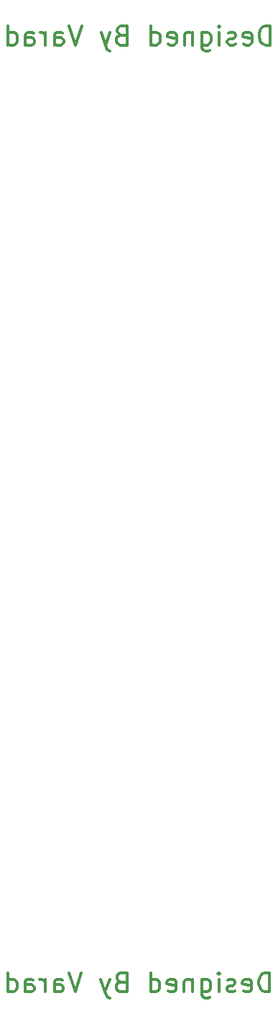
<source format=gbr>
%TF.GenerationSoftware,KiCad,Pcbnew,6.0.11-2627ca5db0~126~ubuntu20.04.1*%
%TF.CreationDate,2023-05-10T15:40:20+05:30*%
%TF.ProjectId,MVCU_F407,4d564355-5f46-4343-9037-2e6b69636164,rev?*%
%TF.SameCoordinates,Original*%
%TF.FileFunction,Legend,Bot*%
%TF.FilePolarity,Positive*%
%FSLAX46Y46*%
G04 Gerber Fmt 4.6, Leading zero omitted, Abs format (unit mm)*
G04 Created by KiCad (PCBNEW 6.0.11-2627ca5db0~126~ubuntu20.04.1) date 2023-05-10 15:40:20*
%MOMM*%
%LPD*%
G01*
G04 APERTURE LIST*
%ADD10C,0.300000*%
G04 APERTURE END LIST*
D10*
X74941571Y-99405857D02*
X74941571Y-97155857D01*
X74405857Y-97155857D01*
X74084428Y-97263000D01*
X73870142Y-97477285D01*
X73763000Y-97691571D01*
X73655857Y-98120142D01*
X73655857Y-98441571D01*
X73763000Y-98870142D01*
X73870142Y-99084428D01*
X74084428Y-99298714D01*
X74405857Y-99405857D01*
X74941571Y-99405857D01*
X71834428Y-99298714D02*
X72048714Y-99405857D01*
X72477285Y-99405857D01*
X72691571Y-99298714D01*
X72798714Y-99084428D01*
X72798714Y-98227285D01*
X72691571Y-98013000D01*
X72477285Y-97905857D01*
X72048714Y-97905857D01*
X71834428Y-98013000D01*
X71727285Y-98227285D01*
X71727285Y-98441571D01*
X72798714Y-98655857D01*
X70870142Y-99298714D02*
X70655857Y-99405857D01*
X70227285Y-99405857D01*
X70013000Y-99298714D01*
X69905857Y-99084428D01*
X69905857Y-98977285D01*
X70013000Y-98763000D01*
X70227285Y-98655857D01*
X70548714Y-98655857D01*
X70763000Y-98548714D01*
X70870142Y-98334428D01*
X70870142Y-98227285D01*
X70763000Y-98013000D01*
X70548714Y-97905857D01*
X70227285Y-97905857D01*
X70013000Y-98013000D01*
X68941571Y-99405857D02*
X68941571Y-97905857D01*
X68941571Y-97155857D02*
X69048714Y-97263000D01*
X68941571Y-97370142D01*
X68834428Y-97263000D01*
X68941571Y-97155857D01*
X68941571Y-97370142D01*
X66905857Y-97905857D02*
X66905857Y-99727285D01*
X67013000Y-99941571D01*
X67120142Y-100048714D01*
X67334428Y-100155857D01*
X67655857Y-100155857D01*
X67870142Y-100048714D01*
X66905857Y-99298714D02*
X67120142Y-99405857D01*
X67548714Y-99405857D01*
X67763000Y-99298714D01*
X67870142Y-99191571D01*
X67977285Y-98977285D01*
X67977285Y-98334428D01*
X67870142Y-98120142D01*
X67763000Y-98013000D01*
X67548714Y-97905857D01*
X67120142Y-97905857D01*
X66905857Y-98013000D01*
X65834428Y-97905857D02*
X65834428Y-99405857D01*
X65834428Y-98120142D02*
X65727285Y-98013000D01*
X65513000Y-97905857D01*
X65191571Y-97905857D01*
X64977285Y-98013000D01*
X64870142Y-98227285D01*
X64870142Y-99405857D01*
X62941571Y-99298714D02*
X63155857Y-99405857D01*
X63584428Y-99405857D01*
X63798714Y-99298714D01*
X63905857Y-99084428D01*
X63905857Y-98227285D01*
X63798714Y-98013000D01*
X63584428Y-97905857D01*
X63155857Y-97905857D01*
X62941571Y-98013000D01*
X62834428Y-98227285D01*
X62834428Y-98441571D01*
X63905857Y-98655857D01*
X60905857Y-99405857D02*
X60905857Y-97155857D01*
X60905857Y-99298714D02*
X61120142Y-99405857D01*
X61548714Y-99405857D01*
X61763000Y-99298714D01*
X61870142Y-99191571D01*
X61977285Y-98977285D01*
X61977285Y-98334428D01*
X61870142Y-98120142D01*
X61763000Y-98013000D01*
X61548714Y-97905857D01*
X61120142Y-97905857D01*
X60905857Y-98013000D01*
X57370142Y-98227285D02*
X57048714Y-98334428D01*
X56941571Y-98441571D01*
X56834428Y-98655857D01*
X56834428Y-98977285D01*
X56941571Y-99191571D01*
X57048714Y-99298714D01*
X57263000Y-99405857D01*
X58120142Y-99405857D01*
X58120142Y-97155857D01*
X57370142Y-97155857D01*
X57155857Y-97263000D01*
X57048714Y-97370142D01*
X56941571Y-97584428D01*
X56941571Y-97798714D01*
X57048714Y-98013000D01*
X57155857Y-98120142D01*
X57370142Y-98227285D01*
X58120142Y-98227285D01*
X56084428Y-97905857D02*
X55548714Y-99405857D01*
X55013000Y-97905857D02*
X55548714Y-99405857D01*
X55763000Y-99941571D01*
X55870142Y-100048714D01*
X56084428Y-100155857D01*
X52763000Y-97155857D02*
X52013000Y-99405857D01*
X51263000Y-97155857D01*
X49548714Y-99405857D02*
X49548714Y-98227285D01*
X49655857Y-98013000D01*
X49870142Y-97905857D01*
X50298714Y-97905857D01*
X50513000Y-98013000D01*
X49548714Y-99298714D02*
X49763000Y-99405857D01*
X50298714Y-99405857D01*
X50513000Y-99298714D01*
X50620142Y-99084428D01*
X50620142Y-98870142D01*
X50513000Y-98655857D01*
X50298714Y-98548714D01*
X49763000Y-98548714D01*
X49548714Y-98441571D01*
X48477285Y-99405857D02*
X48477285Y-97905857D01*
X48477285Y-98334428D02*
X48370142Y-98120142D01*
X48263000Y-98013000D01*
X48048714Y-97905857D01*
X47834428Y-97905857D01*
X46120142Y-99405857D02*
X46120142Y-98227285D01*
X46227285Y-98013000D01*
X46441571Y-97905857D01*
X46870142Y-97905857D01*
X47084428Y-98013000D01*
X46120142Y-99298714D02*
X46334428Y-99405857D01*
X46870142Y-99405857D01*
X47084428Y-99298714D01*
X47191571Y-99084428D01*
X47191571Y-98870142D01*
X47084428Y-98655857D01*
X46870142Y-98548714D01*
X46334428Y-98548714D01*
X46120142Y-98441571D01*
X44084428Y-99405857D02*
X44084428Y-97155857D01*
X44084428Y-99298714D02*
X44298714Y-99405857D01*
X44727285Y-99405857D01*
X44941571Y-99298714D01*
X45048714Y-99191571D01*
X45155857Y-98977285D01*
X45155857Y-98334428D01*
X45048714Y-98120142D01*
X44941571Y-98013000D01*
X44727285Y-97905857D01*
X44298714Y-97905857D01*
X44084428Y-98013000D01*
X74980571Y12014142D02*
X74980571Y14264142D01*
X74444857Y14264142D01*
X74123428Y14157000D01*
X73909142Y13942714D01*
X73802000Y13728428D01*
X73694857Y13299857D01*
X73694857Y12978428D01*
X73802000Y12549857D01*
X73909142Y12335571D01*
X74123428Y12121285D01*
X74444857Y12014142D01*
X74980571Y12014142D01*
X71873428Y12121285D02*
X72087714Y12014142D01*
X72516285Y12014142D01*
X72730571Y12121285D01*
X72837714Y12335571D01*
X72837714Y13192714D01*
X72730571Y13407000D01*
X72516285Y13514142D01*
X72087714Y13514142D01*
X71873428Y13407000D01*
X71766285Y13192714D01*
X71766285Y12978428D01*
X72837714Y12764142D01*
X70909142Y12121285D02*
X70694857Y12014142D01*
X70266285Y12014142D01*
X70052000Y12121285D01*
X69944857Y12335571D01*
X69944857Y12442714D01*
X70052000Y12657000D01*
X70266285Y12764142D01*
X70587714Y12764142D01*
X70802000Y12871285D01*
X70909142Y13085571D01*
X70909142Y13192714D01*
X70802000Y13407000D01*
X70587714Y13514142D01*
X70266285Y13514142D01*
X70052000Y13407000D01*
X68980571Y12014142D02*
X68980571Y13514142D01*
X68980571Y14264142D02*
X69087714Y14157000D01*
X68980571Y14049857D01*
X68873428Y14157000D01*
X68980571Y14264142D01*
X68980571Y14049857D01*
X66944857Y13514142D02*
X66944857Y11692714D01*
X67052000Y11478428D01*
X67159142Y11371285D01*
X67373428Y11264142D01*
X67694857Y11264142D01*
X67909142Y11371285D01*
X66944857Y12121285D02*
X67159142Y12014142D01*
X67587714Y12014142D01*
X67802000Y12121285D01*
X67909142Y12228428D01*
X68016285Y12442714D01*
X68016285Y13085571D01*
X67909142Y13299857D01*
X67802000Y13407000D01*
X67587714Y13514142D01*
X67159142Y13514142D01*
X66944857Y13407000D01*
X65873428Y13514142D02*
X65873428Y12014142D01*
X65873428Y13299857D02*
X65766285Y13407000D01*
X65552000Y13514142D01*
X65230571Y13514142D01*
X65016285Y13407000D01*
X64909142Y13192714D01*
X64909142Y12014142D01*
X62980571Y12121285D02*
X63194857Y12014142D01*
X63623428Y12014142D01*
X63837714Y12121285D01*
X63944857Y12335571D01*
X63944857Y13192714D01*
X63837714Y13407000D01*
X63623428Y13514142D01*
X63194857Y13514142D01*
X62980571Y13407000D01*
X62873428Y13192714D01*
X62873428Y12978428D01*
X63944857Y12764142D01*
X60944857Y12014142D02*
X60944857Y14264142D01*
X60944857Y12121285D02*
X61159142Y12014142D01*
X61587714Y12014142D01*
X61802000Y12121285D01*
X61909142Y12228428D01*
X62016285Y12442714D01*
X62016285Y13085571D01*
X61909142Y13299857D01*
X61802000Y13407000D01*
X61587714Y13514142D01*
X61159142Y13514142D01*
X60944857Y13407000D01*
X57409142Y13192714D02*
X57087714Y13085571D01*
X56980571Y12978428D01*
X56873428Y12764142D01*
X56873428Y12442714D01*
X56980571Y12228428D01*
X57087714Y12121285D01*
X57302000Y12014142D01*
X58159142Y12014142D01*
X58159142Y14264142D01*
X57409142Y14264142D01*
X57194857Y14157000D01*
X57087714Y14049857D01*
X56980571Y13835571D01*
X56980571Y13621285D01*
X57087714Y13407000D01*
X57194857Y13299857D01*
X57409142Y13192714D01*
X58159142Y13192714D01*
X56123428Y13514142D02*
X55587714Y12014142D01*
X55052000Y13514142D02*
X55587714Y12014142D01*
X55802000Y11478428D01*
X55909142Y11371285D01*
X56123428Y11264142D01*
X52802000Y14264142D02*
X52052000Y12014142D01*
X51302000Y14264142D01*
X49587714Y12014142D02*
X49587714Y13192714D01*
X49694857Y13407000D01*
X49909142Y13514142D01*
X50337714Y13514142D01*
X50552000Y13407000D01*
X49587714Y12121285D02*
X49802000Y12014142D01*
X50337714Y12014142D01*
X50552000Y12121285D01*
X50659142Y12335571D01*
X50659142Y12549857D01*
X50552000Y12764142D01*
X50337714Y12871285D01*
X49802000Y12871285D01*
X49587714Y12978428D01*
X48516285Y12014142D02*
X48516285Y13514142D01*
X48516285Y13085571D02*
X48409142Y13299857D01*
X48302000Y13407000D01*
X48087714Y13514142D01*
X47873428Y13514142D01*
X46159142Y12014142D02*
X46159142Y13192714D01*
X46266285Y13407000D01*
X46480571Y13514142D01*
X46909142Y13514142D01*
X47123428Y13407000D01*
X46159142Y12121285D02*
X46373428Y12014142D01*
X46909142Y12014142D01*
X47123428Y12121285D01*
X47230571Y12335571D01*
X47230571Y12549857D01*
X47123428Y12764142D01*
X46909142Y12871285D01*
X46373428Y12871285D01*
X46159142Y12978428D01*
X44123428Y12014142D02*
X44123428Y14264142D01*
X44123428Y12121285D02*
X44337714Y12014142D01*
X44766285Y12014142D01*
X44980571Y12121285D01*
X45087714Y12228428D01*
X45194857Y12442714D01*
X45194857Y13085571D01*
X45087714Y13299857D01*
X44980571Y13407000D01*
X44766285Y13514142D01*
X44337714Y13514142D01*
X44123428Y13407000D01*
M02*

</source>
